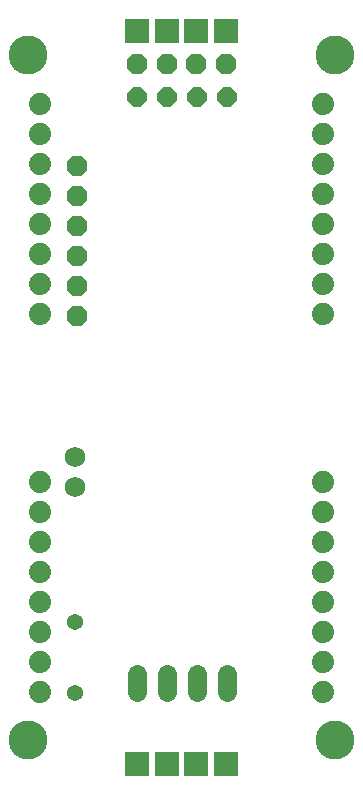
<source format=gts>
G75*
G70*
%OFA0B0*%
%FSLAX24Y24*%
%IPPOS*%
%LPD*%
%AMOC8*
5,1,8,0,0,1.08239X$1,22.5*
%
%ADD10C,0.1300*%
%ADD11C,0.0740*%
%ADD12C,0.0640*%
%ADD13OC8,0.0634*%
%ADD14C,0.0540*%
%ADD15C,0.0690*%
%ADD16OC8,0.0670*%
%ADD17R,0.0827X0.0827*%
D10*
X001306Y002606D03*
X011542Y002606D03*
X011542Y025441D03*
X001306Y025441D03*
D11*
X001700Y023823D03*
X001700Y022823D03*
X001700Y021823D03*
X001700Y020823D03*
X001700Y019823D03*
X001700Y018823D03*
X001700Y017823D03*
X001700Y016823D03*
X001700Y011224D03*
X001700Y010224D03*
X001700Y009224D03*
X001700Y008224D03*
X001700Y007224D03*
X001700Y006224D03*
X001700Y005224D03*
X001700Y004224D03*
X011149Y004224D03*
X011149Y005224D03*
X011149Y006224D03*
X011149Y007224D03*
X011149Y008224D03*
X011149Y009224D03*
X011149Y010224D03*
X011149Y011224D03*
X011149Y016823D03*
X011149Y017823D03*
X011149Y018823D03*
X011149Y019823D03*
X011149Y020823D03*
X011149Y021823D03*
X011149Y022823D03*
X011149Y023823D03*
D12*
X007924Y004800D02*
X007924Y004200D01*
X006924Y004200D02*
X006924Y004800D01*
X005924Y004800D02*
X005924Y004200D01*
X004924Y004200D02*
X004924Y004800D01*
D13*
X004924Y024054D03*
X005924Y024054D03*
X006924Y024054D03*
X007924Y024054D03*
D14*
X002881Y006543D03*
X002881Y004181D03*
D15*
X002881Y011055D03*
X002881Y012055D03*
D16*
X002920Y016756D03*
X002920Y017756D03*
X002920Y018756D03*
X002920Y019756D03*
X002920Y020756D03*
X002920Y021756D03*
X004948Y025146D03*
X005932Y025146D03*
X006916Y025146D03*
X007901Y025146D03*
D17*
X007901Y026228D03*
X006916Y026228D03*
X005932Y026228D03*
X004948Y026228D03*
X004948Y001819D03*
X005932Y001819D03*
X006916Y001819D03*
X007901Y001819D03*
M02*

</source>
